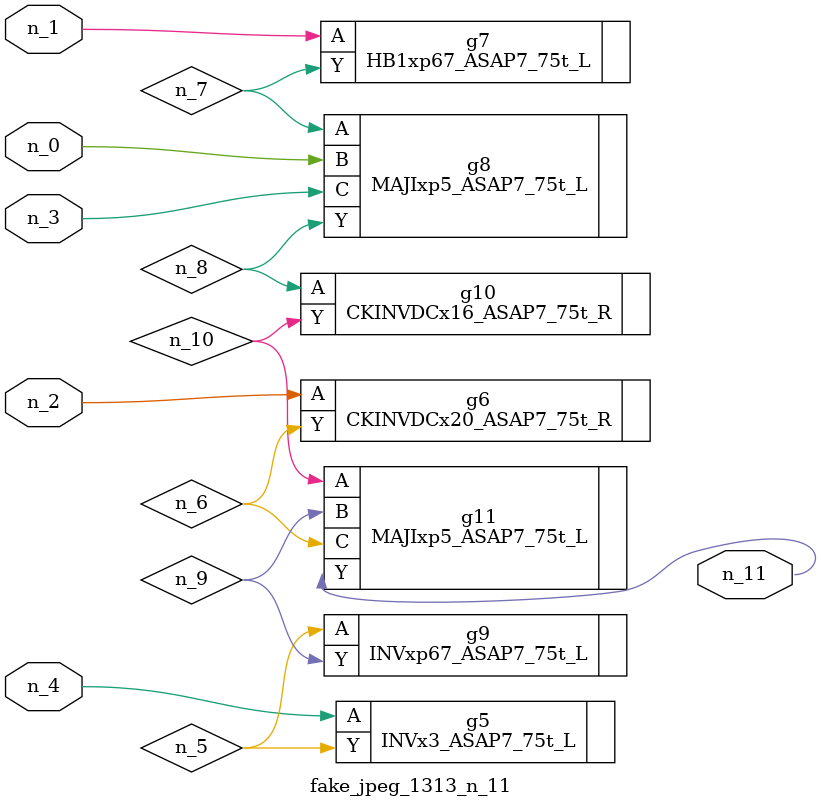
<source format=v>
module fake_jpeg_1313_n_11 (n_3, n_2, n_1, n_0, n_4, n_11);

input n_3;
input n_2;
input n_1;
input n_0;
input n_4;

output n_11;

wire n_10;
wire n_8;
wire n_9;
wire n_6;
wire n_5;
wire n_7;

INVx3_ASAP7_75t_L g5 ( 
.A(n_4),
.Y(n_5)
);

CKINVDCx20_ASAP7_75t_R g6 ( 
.A(n_2),
.Y(n_6)
);

HB1xp67_ASAP7_75t_L g7 ( 
.A(n_1),
.Y(n_7)
);

MAJIxp5_ASAP7_75t_L g8 ( 
.A(n_7),
.B(n_0),
.C(n_3),
.Y(n_8)
);

CKINVDCx16_ASAP7_75t_R g10 ( 
.A(n_8),
.Y(n_10)
);

INVxp67_ASAP7_75t_L g9 ( 
.A(n_5),
.Y(n_9)
);

MAJIxp5_ASAP7_75t_L g11 ( 
.A(n_10),
.B(n_9),
.C(n_6),
.Y(n_11)
);


endmodule
</source>
